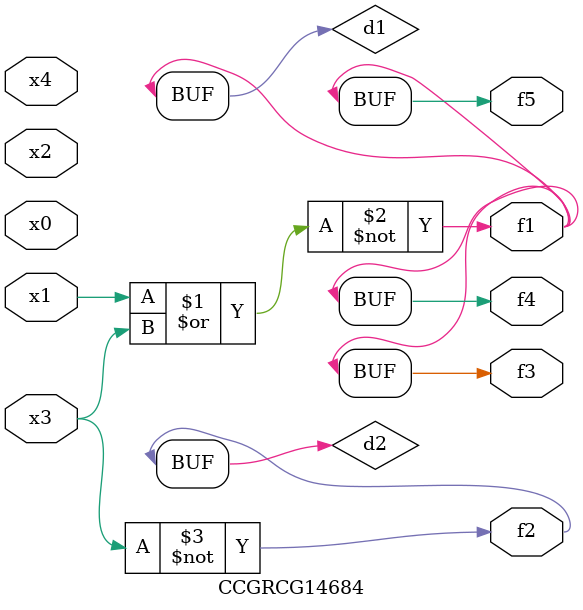
<source format=v>
module CCGRCG14684(
	input x0, x1, x2, x3, x4,
	output f1, f2, f3, f4, f5
);

	wire d1, d2;

	nor (d1, x1, x3);
	not (d2, x3);
	assign f1 = d1;
	assign f2 = d2;
	assign f3 = d1;
	assign f4 = d1;
	assign f5 = d1;
endmodule

</source>
